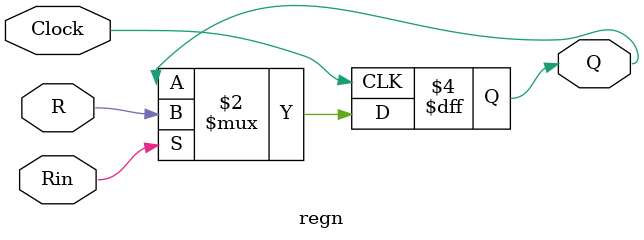
<source format=v>
module regn(
	input R,
	input Rin, Clock,
	output reg Q);
	
	always @(posedge Clock)
		if (Rin)
			Q <= R;
endmodule

</source>
